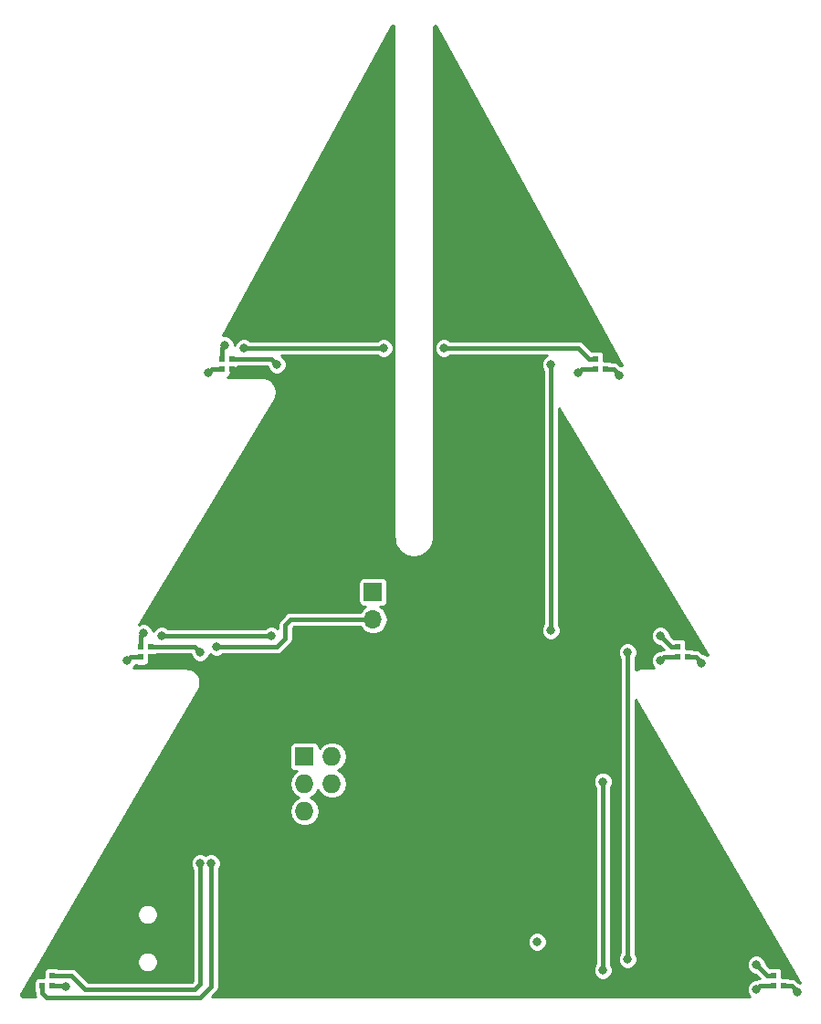
<source format=gbr>
G04 #@! TF.GenerationSoftware,KiCad,Pcbnew,(5.0.2)-1*
G04 #@! TF.CreationDate,2020-06-10T19:39:16-05:00*
G04 #@! TF.ProjectId,Base_Hardware,42617365-5f48-4617-9264-776172652e6b,rev?*
G04 #@! TF.SameCoordinates,Original*
G04 #@! TF.FileFunction,Copper,L2,Bot*
G04 #@! TF.FilePolarity,Positive*
%FSLAX46Y46*%
G04 Gerber Fmt 4.6, Leading zero omitted, Abs format (unit mm)*
G04 Created by KiCad (PCBNEW (5.0.2)-1) date 6/10/2020 7:39:16 PM*
%MOMM*%
%LPD*%
G01*
G04 APERTURE LIST*
G04 #@! TA.AperFunction,ComponentPad*
%ADD10R,1.727200X1.727200*%
G04 #@! TD*
G04 #@! TA.AperFunction,ComponentPad*
%ADD11O,1.727200X1.727200*%
G04 #@! TD*
G04 #@! TA.AperFunction,SMDPad,CuDef*
%ADD12R,0.550000X0.550000*%
G04 #@! TD*
G04 #@! TA.AperFunction,ComponentPad*
%ADD13R,1.700000X1.700000*%
G04 #@! TD*
G04 #@! TA.AperFunction,ComponentPad*
%ADD14O,1.700000X1.700000*%
G04 #@! TD*
G04 #@! TA.AperFunction,ViaPad*
%ADD15C,0.800000*%
G04 #@! TD*
G04 #@! TA.AperFunction,Conductor*
%ADD16C,0.381000*%
G04 #@! TD*
G04 #@! TA.AperFunction,Conductor*
%ADD17C,0.254000*%
G04 #@! TD*
G04 APERTURE END LIST*
D10*
G04 #@! TO.P,J2,1*
G04 #@! TO.N,MISO*
X132080000Y-104140000D03*
D11*
G04 #@! TO.P,J2,2*
G04 #@! TO.N,+5V*
X134620000Y-104140000D03*
G04 #@! TO.P,J2,3*
G04 #@! TO.N,SCK*
X132080000Y-106680000D03*
G04 #@! TO.P,J2,4*
G04 #@! TO.N,MOSI*
X134620000Y-106680000D03*
G04 #@! TO.P,J2,5*
G04 #@! TO.N,RST*
X132080000Y-109220000D03*
G04 #@! TO.P,J2,6*
G04 #@! TO.N,GND*
X134620000Y-109220000D03*
G04 #@! TD*
D12*
G04 #@! TO.P,D2,1*
G04 #@! TO.N,Net-(D2-Pad1)*
X175580000Y-124460000D03*
G04 #@! TO.P,D2,4*
G04 #@! TO.N,+5V*
X175580000Y-125410000D03*
G04 #@! TO.P,D2,2*
G04 #@! TO.N,GND*
X176530000Y-124460000D03*
G04 #@! TO.P,D2,3*
G04 #@! TO.N,Net-(D1-Pad1)*
X176530000Y-125410000D03*
G04 #@! TD*
G04 #@! TO.P,D5,1*
G04 #@! TO.N,Net-(D5-Pad1)*
X166690000Y-93969800D03*
G04 #@! TO.P,D5,4*
G04 #@! TO.N,+5V*
X166690000Y-94919800D03*
G04 #@! TO.P,D5,2*
G04 #@! TO.N,GND*
X167640000Y-93969800D03*
G04 #@! TO.P,D5,3*
G04 #@! TO.N,Net-(D4-Pad1)*
X167640000Y-94919800D03*
G04 #@! TD*
G04 #@! TO.P,D8,3*
G04 #@! TO.N,Net-(D7-Pad1)*
X160020000Y-68260000D03*
G04 #@! TO.P,D8,2*
G04 #@! TO.N,GND*
X160020000Y-67310000D03*
G04 #@! TO.P,D8,4*
G04 #@! TO.N,+5V*
X159070000Y-68260000D03*
G04 #@! TO.P,D8,1*
G04 #@! TO.N,Net-(D8-Pad1)*
X159070000Y-67310000D03*
G04 #@! TD*
G04 #@! TO.P,D10,1*
G04 #@! TO.N,Net-(D10-Pad1)*
X125399800Y-67320200D03*
G04 #@! TO.P,D10,4*
G04 #@! TO.N,+5V*
X124449800Y-67320200D03*
G04 #@! TO.P,D10,2*
G04 #@! TO.N,GND*
X125399800Y-68270200D03*
G04 #@! TO.P,D10,3*
G04 #@! TO.N,Net-(D10-Pad3)*
X124449800Y-68270200D03*
G04 #@! TD*
G04 #@! TO.P,D12,3*
G04 #@! TO.N,Net-(D11-Pad1)*
X116906000Y-94930000D03*
G04 #@! TO.P,D12,2*
G04 #@! TO.N,GND*
X117856000Y-94930000D03*
G04 #@! TO.P,D12,4*
G04 #@! TO.N,+5V*
X116906000Y-93980000D03*
G04 #@! TO.P,D12,1*
G04 #@! TO.N,Net-(D12-Pad1)*
X117856000Y-93980000D03*
G04 #@! TD*
G04 #@! TO.P,D13,1*
G04 #@! TO.N,DOut'*
X107762000Y-125410000D03*
G04 #@! TO.P,D13,4*
G04 #@! TO.N,+5V*
X108712000Y-125410000D03*
G04 #@! TO.P,D13,2*
G04 #@! TO.N,GND*
X107762000Y-124460000D03*
G04 #@! TO.P,D13,3*
G04 #@! TO.N,Net-(D12-Pad1)*
X108712000Y-124460000D03*
G04 #@! TD*
D13*
G04 #@! TO.P,J3,1*
G04 #@! TO.N,+5V*
X138430000Y-88900000D03*
D14*
G04 #@! TO.P,J3,2*
G04 #@! TO.N,DOut'*
X138430000Y-91440000D03*
G04 #@! TO.P,J3,3*
G04 #@! TO.N,GND*
X138430000Y-93980000D03*
G04 #@! TD*
D15*
G04 #@! TO.N,+5V*
X153670000Y-121340000D03*
X173990000Y-125730000D03*
X165100000Y-95250000D03*
X157480000Y-68580000D03*
X124714000Y-66040000D03*
X117165000Y-92715200D03*
X109982000Y-125476000D03*
G04 #@! TO.N,GND*
X146812000Y-109982000D03*
X157480000Y-102362000D03*
X117602000Y-116530000D03*
X114796000Y-118872000D03*
X114796000Y-123190000D03*
X120396000Y-123698000D03*
X157988000Y-114554000D03*
X176276000Y-122936000D03*
X167386000Y-92456000D03*
X159766000Y-65786000D03*
X126746000Y-68580000D03*
X119197000Y-95255200D03*
X129286000Y-124460000D03*
G04 #@! TO.N,Net-(D1-Pad1)*
X177800000Y-125984000D03*
G04 #@! TO.N,Net-(D2-Pad1)*
X162052000Y-94488000D03*
G04 #@! TO.N,Net-(D4-Pad1)*
X168910000Y-95504000D03*
G04 #@! TO.N,Net-(D5-Pad1)*
X154940000Y-67818000D03*
X165100000Y-92964000D03*
X154940000Y-92456000D03*
G04 #@! TO.N,Net-(D2-Pad1)*
X173990000Y-123444000D03*
X162052000Y-122936000D03*
G04 #@! TO.N,Net-(D7-Pad1)*
X161290000Y-68834000D03*
G04 #@! TO.N,Net-(D8-Pad1)*
X139446000Y-66294000D03*
X126492000Y-66294000D03*
X145034000Y-66294000D03*
G04 #@! TO.N,Net-(D10-Pad1)*
X118872000Y-92964000D03*
G04 #@! TO.N,Net-(D10-Pad3)*
X123190000Y-68580000D03*
G04 #@! TO.N,Net-(D10-Pad1)*
X129540000Y-67818000D03*
X129032000Y-92964000D03*
G04 #@! TO.N,Net-(D11-Pad1)*
X115641000Y-95255200D03*
G04 #@! TO.N,Net-(D12-Pad1)*
X122428000Y-94488000D03*
X122428000Y-114046000D03*
G04 #@! TO.N,DOut'*
X123444000Y-114046000D03*
X123952000Y-93980000D03*
G04 #@! TO.N,DOut*
X159766000Y-123952000D03*
X159766000Y-106465000D03*
G04 #@! TD*
D16*
G04 #@! TO.N,+5V*
X175580000Y-125410000D02*
X174310000Y-125410000D01*
X174310000Y-125410000D02*
X173990000Y-125730000D01*
X166690000Y-94930000D02*
X165420000Y-94930000D01*
X165420000Y-94930000D02*
X165100000Y-95250000D01*
X159070000Y-68260000D02*
X157800000Y-68260000D01*
X157800000Y-68260000D02*
X157480000Y-68580000D01*
X124449800Y-67320200D02*
X124449800Y-66304200D01*
X124449800Y-66304200D02*
X124714000Y-66040000D01*
X116900800Y-93995400D02*
X116900800Y-92979400D01*
X116900800Y-92979400D02*
X117165000Y-92715200D01*
X108712000Y-125410000D02*
X109916000Y-125410000D01*
X109916000Y-125410000D02*
X109982000Y-125476000D01*
G04 #@! TO.N,Net-(D1-Pad1)*
X176530000Y-125410000D02*
X177226000Y-125410000D01*
X177226000Y-125410000D02*
X177800000Y-125984000D01*
G04 #@! TO.N,Net-(D2-Pad1)*
X162052000Y-94488000D02*
X162052000Y-97457645D01*
X162052000Y-97457645D02*
X162052000Y-120142000D01*
G04 #@! TO.N,Net-(D4-Pad1)*
X168336000Y-94930000D02*
X168910000Y-95504000D01*
X167640000Y-94930000D02*
X168336000Y-94930000D01*
G04 #@! TO.N,Net-(D5-Pad1)*
X166105800Y-93969800D02*
X165100000Y-92964000D01*
X166690000Y-93969800D02*
X166105800Y-93969800D01*
X154940000Y-92456000D02*
X154940000Y-92202000D01*
X154940000Y-67818000D02*
X154940000Y-92202000D01*
G04 #@! TO.N,Net-(D2-Pad1)*
X175580000Y-124449800D02*
X174995800Y-124449800D01*
X174995800Y-124449800D02*
X173990000Y-123444000D01*
X162052000Y-120142000D02*
X162052000Y-122936000D01*
G04 #@! TO.N,Net-(D7-Pad1)*
X160020000Y-68260000D02*
X160716000Y-68260000D01*
X160716000Y-68260000D02*
X161290000Y-68834000D01*
G04 #@! TO.N,Net-(D8-Pad1)*
X158485800Y-67299800D02*
X157480000Y-66294000D01*
X159070000Y-67299800D02*
X158485800Y-67299800D01*
X126492000Y-66294000D02*
X138176000Y-66294000D01*
X138176000Y-66294000D02*
X139446000Y-66294000D01*
X157480000Y-66294000D02*
X145034000Y-66294000D01*
G04 #@! TO.N,Net-(D10-Pad3)*
X124449800Y-68270200D02*
X123499800Y-68270200D01*
X123499800Y-68270200D02*
X123190000Y-68580000D01*
G04 #@! TO.N,Net-(D10-Pad1)*
X125399800Y-67320200D02*
X129042200Y-67320200D01*
X129042200Y-67320200D02*
X129540000Y-67818000D01*
X129032000Y-92964000D02*
X118872000Y-92964000D01*
G04 #@! TO.N,Net-(D11-Pad1)*
X115950800Y-94945400D02*
X115641000Y-95255200D01*
X116900800Y-94945400D02*
X115950800Y-94945400D01*
G04 #@! TO.N,Net-(D12-Pad1)*
X117856000Y-93980000D02*
X121920000Y-93980000D01*
X121920000Y-93980000D02*
X122428000Y-94488000D01*
X108712000Y-124460000D02*
X110490000Y-124460000D01*
X110490000Y-124460000D02*
X111760000Y-125730000D01*
X111760000Y-125730000D02*
X113284000Y-125730000D01*
X115824000Y-125730000D02*
X116078000Y-125730000D01*
X113284000Y-125730000D02*
X115824000Y-125730000D01*
X122428000Y-125222000D02*
X121920000Y-125730000D01*
X122428000Y-114046000D02*
X122428000Y-125222000D01*
X115824000Y-125730000D02*
X121920000Y-125730000D01*
G04 #@! TO.N,DOut'*
X107762000Y-126066000D02*
X108188000Y-126492000D01*
X107762000Y-125410000D02*
X107762000Y-126066000D01*
X108188000Y-126492000D02*
X115824000Y-126492000D01*
X115824000Y-126492000D02*
X121412000Y-126492000D01*
X121412000Y-126492000D02*
X122428000Y-126492000D01*
X123444000Y-125476000D02*
X122936000Y-125984000D01*
X123444000Y-114046000D02*
X123444000Y-125476000D01*
X122428000Y-126492000D02*
X122936000Y-125984000D01*
X122936000Y-125984000D02*
X123190000Y-125730000D01*
X123952000Y-93980000D02*
X129540000Y-93980000D01*
X129540000Y-93980000D02*
X130302000Y-93218000D01*
X130302000Y-91948000D02*
X130810000Y-91440000D01*
X130302000Y-93218000D02*
X130302000Y-91948000D01*
X130810000Y-91440000D02*
X138430000Y-91440000D01*
G04 #@! TO.N,DOut*
X159766000Y-106465000D02*
X159766000Y-123952000D01*
G04 #@! TD*
D17*
G04 #@! TO.N,GND*
G36*
X161483595Y-67931378D02*
X161470612Y-67926000D01*
X161369828Y-67926000D01*
X161258560Y-67814733D01*
X161219590Y-67756410D01*
X160988541Y-67602028D01*
X160784794Y-67561500D01*
X160784790Y-67561500D01*
X160716000Y-67547817D01*
X160647210Y-67561500D01*
X160575562Y-67561500D01*
X160493212Y-67506475D01*
X160295000Y-67467048D01*
X159862952Y-67467048D01*
X159862952Y-67035000D01*
X159823525Y-66836788D01*
X159711247Y-66668753D01*
X159543212Y-66556475D01*
X159345000Y-66517048D01*
X158795000Y-66517048D01*
X158708151Y-66534323D01*
X158022560Y-65848733D01*
X157983590Y-65790410D01*
X157752541Y-65636028D01*
X157548794Y-65595500D01*
X157548790Y-65595500D01*
X157480000Y-65581817D01*
X157411210Y-65595500D01*
X145619606Y-65595500D01*
X145548341Y-65524235D01*
X145214612Y-65386000D01*
X144853388Y-65386000D01*
X144519659Y-65524235D01*
X144264235Y-65779659D01*
X144126000Y-66113388D01*
X144126000Y-66474612D01*
X144264235Y-66808341D01*
X144519659Y-67063765D01*
X144853388Y-67202000D01*
X145214612Y-67202000D01*
X145548341Y-67063765D01*
X145619606Y-66992500D01*
X154560215Y-66992500D01*
X154425659Y-67048235D01*
X154170235Y-67303659D01*
X154032000Y-67637388D01*
X154032000Y-67998612D01*
X154170235Y-68332341D01*
X154241500Y-68403606D01*
X154241501Y-91870393D01*
X154170235Y-91941659D01*
X154032000Y-92275388D01*
X154032000Y-92636612D01*
X154170235Y-92970341D01*
X154425659Y-93225765D01*
X154759388Y-93364000D01*
X155120612Y-93364000D01*
X155454341Y-93225765D01*
X155709765Y-92970341D01*
X155848000Y-92636612D01*
X155848000Y-92275388D01*
X155709765Y-91941659D01*
X155638500Y-91870394D01*
X155638500Y-71887486D01*
X169465820Y-94775714D01*
X169424341Y-94734235D01*
X169090612Y-94596000D01*
X168989828Y-94596000D01*
X168878560Y-94484733D01*
X168839590Y-94426410D01*
X168608541Y-94272028D01*
X168404794Y-94231500D01*
X168404790Y-94231500D01*
X168336000Y-94217817D01*
X168267210Y-94231500D01*
X168210828Y-94231500D01*
X168113212Y-94166275D01*
X167915000Y-94126848D01*
X167482952Y-94126848D01*
X167482952Y-93694800D01*
X167443525Y-93496588D01*
X167331247Y-93328553D01*
X167163212Y-93216275D01*
X166965000Y-93176848D01*
X166415000Y-93176848D01*
X166319643Y-93195816D01*
X166008000Y-92884173D01*
X166008000Y-92783388D01*
X165869765Y-92449659D01*
X165614341Y-92194235D01*
X165280612Y-92056000D01*
X164919388Y-92056000D01*
X164585659Y-92194235D01*
X164330235Y-92449659D01*
X164192000Y-92783388D01*
X164192000Y-93144612D01*
X164330235Y-93478341D01*
X164585659Y-93733765D01*
X164919388Y-93872000D01*
X165020173Y-93872000D01*
X165374950Y-94226778D01*
X165351210Y-94231500D01*
X165351206Y-94231500D01*
X165147459Y-94272028D01*
X165042738Y-94342000D01*
X164919388Y-94342000D01*
X164585659Y-94480235D01*
X164330235Y-94735659D01*
X164192000Y-95069388D01*
X164192000Y-95430612D01*
X164330235Y-95764341D01*
X164502894Y-95937000D01*
X163315383Y-95937000D01*
X163295146Y-95941026D01*
X163234842Y-95944978D01*
X163161179Y-95964716D01*
X163085572Y-95974670D01*
X162804033Y-96070240D01*
X162750500Y-96101147D01*
X162750500Y-95073606D01*
X162821765Y-95002341D01*
X162960000Y-94668612D01*
X162960000Y-94307388D01*
X162821765Y-93973659D01*
X162566341Y-93718235D01*
X162232612Y-93580000D01*
X161871388Y-93580000D01*
X161537659Y-93718235D01*
X161282235Y-93973659D01*
X161144000Y-94307388D01*
X161144000Y-94668612D01*
X161282235Y-95002341D01*
X161353500Y-95073606D01*
X161353501Y-97388847D01*
X161353500Y-97388852D01*
X161353501Y-120073202D01*
X161353500Y-120073207D01*
X161353501Y-122350393D01*
X161282235Y-122421659D01*
X161144000Y-122755388D01*
X161144000Y-123116612D01*
X161282235Y-123450341D01*
X161537659Y-123705765D01*
X161871388Y-123844000D01*
X162232612Y-123844000D01*
X162566341Y-123705765D01*
X162821765Y-123450341D01*
X162960000Y-123116612D01*
X162960000Y-122755388D01*
X162821765Y-122421659D01*
X162750500Y-122350394D01*
X162750500Y-98884639D01*
X178059720Y-125108768D01*
X177980612Y-125076000D01*
X177879828Y-125076000D01*
X177768560Y-124964733D01*
X177729590Y-124906410D01*
X177498541Y-124752028D01*
X177294794Y-124711500D01*
X177294790Y-124711500D01*
X177226000Y-124697817D01*
X177157210Y-124711500D01*
X177085562Y-124711500D01*
X177003212Y-124656475D01*
X176805000Y-124617048D01*
X176372952Y-124617048D01*
X176372952Y-124185000D01*
X176333525Y-123986788D01*
X176221247Y-123818753D01*
X176053212Y-123706475D01*
X175855000Y-123667048D01*
X175305000Y-123667048D01*
X175218151Y-123684323D01*
X174898000Y-123364173D01*
X174898000Y-123263388D01*
X174759765Y-122929659D01*
X174504341Y-122674235D01*
X174170612Y-122536000D01*
X173809388Y-122536000D01*
X173475659Y-122674235D01*
X173220235Y-122929659D01*
X173082000Y-123263388D01*
X173082000Y-123624612D01*
X173220235Y-123958341D01*
X173475659Y-124213765D01*
X173809388Y-124352000D01*
X173910173Y-124352000D01*
X174264950Y-124706778D01*
X174241210Y-124711500D01*
X174241206Y-124711500D01*
X174037459Y-124752028D01*
X173932738Y-124822000D01*
X173809388Y-124822000D01*
X173475659Y-124960235D01*
X173220235Y-125215659D01*
X173082000Y-125549388D01*
X173082000Y-125910612D01*
X173220235Y-126244341D01*
X173392894Y-126417000D01*
X123490827Y-126417000D01*
X123674238Y-126233589D01*
X123889270Y-126018558D01*
X123947590Y-125979590D01*
X124101972Y-125748541D01*
X124142500Y-125544794D01*
X124142500Y-125544790D01*
X124156183Y-125476001D01*
X124142500Y-125407212D01*
X124142500Y-121159388D01*
X152762000Y-121159388D01*
X152762000Y-121520612D01*
X152900235Y-121854341D01*
X153155659Y-122109765D01*
X153489388Y-122248000D01*
X153850612Y-122248000D01*
X154184341Y-122109765D01*
X154439765Y-121854341D01*
X154578000Y-121520612D01*
X154578000Y-121159388D01*
X154439765Y-120825659D01*
X154184341Y-120570235D01*
X153850612Y-120432000D01*
X153489388Y-120432000D01*
X153155659Y-120570235D01*
X152900235Y-120825659D01*
X152762000Y-121159388D01*
X124142500Y-121159388D01*
X124142500Y-114631606D01*
X124213765Y-114560341D01*
X124352000Y-114226612D01*
X124352000Y-113865388D01*
X124213765Y-113531659D01*
X123958341Y-113276235D01*
X123624612Y-113138000D01*
X123263388Y-113138000D01*
X122936000Y-113273608D01*
X122608612Y-113138000D01*
X122247388Y-113138000D01*
X121913659Y-113276235D01*
X121658235Y-113531659D01*
X121520000Y-113865388D01*
X121520000Y-114226612D01*
X121658235Y-114560341D01*
X121729500Y-114631606D01*
X121729501Y-124932671D01*
X121630673Y-125031500D01*
X112049328Y-125031500D01*
X111032560Y-124014733D01*
X110993590Y-123956410D01*
X110762541Y-123802028D01*
X110558794Y-123761500D01*
X110558790Y-123761500D01*
X110490000Y-123747817D01*
X110421210Y-123761500D01*
X109267562Y-123761500D01*
X109185212Y-123706475D01*
X108987000Y-123667048D01*
X108437000Y-123667048D01*
X108238788Y-123706475D01*
X108070753Y-123818753D01*
X107958475Y-123986788D01*
X107919048Y-124185000D01*
X107919048Y-124617048D01*
X107487000Y-124617048D01*
X107288788Y-124656475D01*
X107120753Y-124768753D01*
X107008475Y-124936788D01*
X106969048Y-125135000D01*
X106969048Y-125685000D01*
X107008475Y-125883212D01*
X107063500Y-125965562D01*
X107063500Y-125997210D01*
X107049817Y-126066000D01*
X107063500Y-126134790D01*
X107063500Y-126134794D01*
X107104028Y-126338541D01*
X107156453Y-126417000D01*
X106026222Y-126417000D01*
X105904669Y-126392822D01*
X105850304Y-126356496D01*
X105813978Y-126302131D01*
X105801222Y-126238000D01*
X105821628Y-126135411D01*
X105825372Y-126127820D01*
X107657506Y-122989442D01*
X116588000Y-122989442D01*
X116588000Y-123370558D01*
X116733847Y-123722663D01*
X117003337Y-123992153D01*
X117355442Y-124138000D01*
X117736558Y-124138000D01*
X118088663Y-123992153D01*
X118358153Y-123722663D01*
X118504000Y-123370558D01*
X118504000Y-122989442D01*
X118358153Y-122637337D01*
X118088663Y-122367847D01*
X117736558Y-122222000D01*
X117355442Y-122222000D01*
X117003337Y-122367847D01*
X116733847Y-122637337D01*
X116588000Y-122989442D01*
X107657506Y-122989442D01*
X110226154Y-118589442D01*
X116588000Y-118589442D01*
X116588000Y-118970558D01*
X116733847Y-119322663D01*
X117003337Y-119592153D01*
X117355442Y-119738000D01*
X117736558Y-119738000D01*
X118088663Y-119592153D01*
X118358153Y-119322663D01*
X118504000Y-118970558D01*
X118504000Y-118589442D01*
X118358153Y-118237337D01*
X118088663Y-117967847D01*
X117736558Y-117822000D01*
X117355442Y-117822000D01*
X117003337Y-117967847D01*
X116733847Y-118237337D01*
X116588000Y-118589442D01*
X110226154Y-118589442D01*
X117178694Y-106680000D01*
X130681529Y-106680000D01*
X130787981Y-107215172D01*
X131091132Y-107668868D01*
X131511874Y-107950000D01*
X131091132Y-108231132D01*
X130787981Y-108684828D01*
X130681529Y-109220000D01*
X130787981Y-109755172D01*
X131091132Y-110208868D01*
X131544828Y-110512019D01*
X131944910Y-110591600D01*
X132215090Y-110591600D01*
X132615172Y-110512019D01*
X133068868Y-110208868D01*
X133372019Y-109755172D01*
X133478471Y-109220000D01*
X133372019Y-108684828D01*
X133068868Y-108231132D01*
X132648126Y-107950000D01*
X133068868Y-107668868D01*
X133350000Y-107248126D01*
X133631132Y-107668868D01*
X134084828Y-107972019D01*
X134484910Y-108051600D01*
X134755090Y-108051600D01*
X135155172Y-107972019D01*
X135608868Y-107668868D01*
X135912019Y-107215172D01*
X136018471Y-106680000D01*
X135939780Y-106284388D01*
X158858000Y-106284388D01*
X158858000Y-106645612D01*
X158996235Y-106979341D01*
X159067500Y-107050606D01*
X159067501Y-123366393D01*
X158996235Y-123437659D01*
X158858000Y-123771388D01*
X158858000Y-124132612D01*
X158996235Y-124466341D01*
X159251659Y-124721765D01*
X159585388Y-124860000D01*
X159946612Y-124860000D01*
X160280341Y-124721765D01*
X160535765Y-124466341D01*
X160674000Y-124132612D01*
X160674000Y-123771388D01*
X160535765Y-123437659D01*
X160464500Y-123366394D01*
X160464500Y-107050606D01*
X160535765Y-106979341D01*
X160674000Y-106645612D01*
X160674000Y-106284388D01*
X160535765Y-105950659D01*
X160280341Y-105695235D01*
X159946612Y-105557000D01*
X159585388Y-105557000D01*
X159251659Y-105695235D01*
X158996235Y-105950659D01*
X158858000Y-106284388D01*
X135939780Y-106284388D01*
X135912019Y-106144828D01*
X135608868Y-105691132D01*
X135188126Y-105410000D01*
X135608868Y-105128868D01*
X135912019Y-104675172D01*
X136018471Y-104140000D01*
X135912019Y-103604828D01*
X135608868Y-103151132D01*
X135155172Y-102847981D01*
X134755090Y-102768400D01*
X134484910Y-102768400D01*
X134084828Y-102847981D01*
X133631132Y-103151132D01*
X133461552Y-103404926D01*
X133461552Y-103276400D01*
X133422125Y-103078188D01*
X133309847Y-102910153D01*
X133141812Y-102797875D01*
X132943600Y-102758448D01*
X131216400Y-102758448D01*
X131018188Y-102797875D01*
X130850153Y-102910153D01*
X130737875Y-103078188D01*
X130698448Y-103276400D01*
X130698448Y-105003600D01*
X130737875Y-105201812D01*
X130850153Y-105369847D01*
X131018188Y-105482125D01*
X131216400Y-105521552D01*
X131344926Y-105521552D01*
X131091132Y-105691132D01*
X130787981Y-106144828D01*
X130681529Y-106680000D01*
X117178694Y-106680000D01*
X122300031Y-97907341D01*
X122306792Y-97887734D01*
X122334439Y-97831672D01*
X122354177Y-97758010D01*
X122383361Y-97687554D01*
X122441365Y-97395949D01*
X122441365Y-97168473D01*
X122383361Y-96876868D01*
X122296310Y-96666709D01*
X122296309Y-96666708D01*
X122131128Y-96419498D01*
X121970278Y-96258648D01*
X121723070Y-96093469D01*
X121723069Y-96093468D01*
X121595312Y-96040549D01*
X121512911Y-96006417D01*
X121512910Y-96006417D01*
X121334966Y-95971022D01*
X121334675Y-95970827D01*
X121164617Y-95937000D01*
X116243306Y-95937000D01*
X116410765Y-95769541D01*
X116445358Y-95686025D01*
X116631000Y-95722952D01*
X117181000Y-95722952D01*
X117379212Y-95683525D01*
X117547247Y-95571247D01*
X117659525Y-95403212D01*
X117698952Y-95205000D01*
X117698952Y-94772952D01*
X118131000Y-94772952D01*
X118329212Y-94733525D01*
X118411562Y-94678500D01*
X121524096Y-94678500D01*
X121658235Y-95002341D01*
X121913659Y-95257765D01*
X122247388Y-95396000D01*
X122608612Y-95396000D01*
X122942341Y-95257765D01*
X123197765Y-95002341D01*
X123336000Y-94668612D01*
X123336000Y-94648106D01*
X123437659Y-94749765D01*
X123771388Y-94888000D01*
X124132612Y-94888000D01*
X124466341Y-94749765D01*
X124537606Y-94678500D01*
X129471210Y-94678500D01*
X129540000Y-94692183D01*
X129608790Y-94678500D01*
X129608794Y-94678500D01*
X129812541Y-94637972D01*
X130043590Y-94483590D01*
X130082560Y-94425267D01*
X130747271Y-93760557D01*
X130805589Y-93721590D01*
X130844556Y-93663272D01*
X130844558Y-93663270D01*
X130959972Y-93490541D01*
X130976138Y-93409269D01*
X131000500Y-93286794D01*
X131000500Y-93286790D01*
X131014183Y-93218000D01*
X131000500Y-93149210D01*
X131000500Y-92237327D01*
X131099328Y-92138500D01*
X137263471Y-92138500D01*
X137450937Y-92419063D01*
X137900135Y-92719207D01*
X138296253Y-92798000D01*
X138563747Y-92798000D01*
X138959865Y-92719207D01*
X139409063Y-92419063D01*
X139709207Y-91969865D01*
X139814604Y-91440000D01*
X139709207Y-90910135D01*
X139409063Y-90460937D01*
X139120240Y-90267952D01*
X139280000Y-90267952D01*
X139478212Y-90228525D01*
X139646247Y-90116247D01*
X139758525Y-89948212D01*
X139797952Y-89750000D01*
X139797952Y-88050000D01*
X139758525Y-87851788D01*
X139646247Y-87683753D01*
X139478212Y-87571475D01*
X139280000Y-87532048D01*
X137580000Y-87532048D01*
X137381788Y-87571475D01*
X137213753Y-87683753D01*
X137101475Y-87851788D01*
X137062048Y-88050000D01*
X137062048Y-89750000D01*
X137101475Y-89948212D01*
X137213753Y-90116247D01*
X137381788Y-90228525D01*
X137580000Y-90267952D01*
X137739760Y-90267952D01*
X137450937Y-90460937D01*
X137263471Y-90741500D01*
X130878788Y-90741500D01*
X130809999Y-90727817D01*
X130741210Y-90741500D01*
X130741206Y-90741500D01*
X130537459Y-90782028D01*
X130306410Y-90936410D01*
X130267441Y-90994731D01*
X129856731Y-91405442D01*
X129798411Y-91444410D01*
X129759442Y-91502731D01*
X129644028Y-91675460D01*
X129589817Y-91948000D01*
X129603501Y-92016794D01*
X129603501Y-92251395D01*
X129546341Y-92194235D01*
X129212612Y-92056000D01*
X128851388Y-92056000D01*
X128517659Y-92194235D01*
X128446394Y-92265500D01*
X119457606Y-92265500D01*
X119386341Y-92194235D01*
X119052612Y-92056000D01*
X118691388Y-92056000D01*
X118357659Y-92194235D01*
X118102235Y-92449659D01*
X118070028Y-92527413D01*
X117934765Y-92200859D01*
X117679341Y-91945435D01*
X117345612Y-91807200D01*
X116984388Y-91807200D01*
X116748502Y-91904907D01*
X129382897Y-70991318D01*
X129392237Y-70965497D01*
X129421039Y-70907094D01*
X129440777Y-70833432D01*
X129469961Y-70762976D01*
X129527965Y-70471371D01*
X129527965Y-70243895D01*
X129469961Y-69952290D01*
X129382910Y-69742131D01*
X129382909Y-69742130D01*
X129217728Y-69494920D01*
X129056878Y-69334070D01*
X128809670Y-69168891D01*
X128809669Y-69168890D01*
X128681912Y-69115971D01*
X128599511Y-69081839D01*
X128599510Y-69081839D01*
X128307905Y-69023835D01*
X128305688Y-69023835D01*
X128251217Y-69013000D01*
X124939063Y-69013000D01*
X125091047Y-68911447D01*
X125203325Y-68743412D01*
X125242752Y-68545200D01*
X125242752Y-68113152D01*
X125674800Y-68113152D01*
X125873012Y-68073725D01*
X125955362Y-68018700D01*
X128640321Y-68018700D01*
X128770235Y-68332341D01*
X129025659Y-68587765D01*
X129359388Y-68726000D01*
X129720612Y-68726000D01*
X130054341Y-68587765D01*
X130309765Y-68332341D01*
X130448000Y-67998612D01*
X130448000Y-67637388D01*
X130309765Y-67303659D01*
X130054341Y-67048235D01*
X129919785Y-66992500D01*
X138860394Y-66992500D01*
X138931659Y-67063765D01*
X139265388Y-67202000D01*
X139626612Y-67202000D01*
X139960341Y-67063765D01*
X140215765Y-66808341D01*
X140354000Y-66474612D01*
X140354000Y-66113388D01*
X140215765Y-65779659D01*
X139960341Y-65524235D01*
X139626612Y-65386000D01*
X139265388Y-65386000D01*
X138931659Y-65524235D01*
X138860394Y-65595500D01*
X127077606Y-65595500D01*
X127006341Y-65524235D01*
X126672612Y-65386000D01*
X126311388Y-65386000D01*
X125977659Y-65524235D01*
X125722235Y-65779659D01*
X125622000Y-66021648D01*
X125622000Y-65859388D01*
X125483765Y-65525659D01*
X125228341Y-65270235D01*
X124894612Y-65132000D01*
X124533388Y-65132000D01*
X124523992Y-65135892D01*
X140220065Y-36412080D01*
X140251373Y-36414132D01*
X140310015Y-36443051D01*
X140353127Y-36492212D01*
X140386749Y-36591258D01*
X140387001Y-36595104D01*
X140387000Y-83877416D01*
X140396954Y-83927459D01*
X140472447Y-84355603D01*
X140541697Y-84545866D01*
X140541698Y-84545867D01*
X140762230Y-84927838D01*
X140762231Y-84927840D01*
X140892379Y-85082944D01*
X141230252Y-85366453D01*
X141230254Y-85366456D01*
X141405602Y-85467693D01*
X141820069Y-85618547D01*
X142019467Y-85653706D01*
X142460533Y-85653706D01*
X142659931Y-85618547D01*
X143074398Y-85467693D01*
X143249746Y-85366456D01*
X143249748Y-85366453D01*
X143587621Y-85082944D01*
X143717769Y-84927840D01*
X143717770Y-84927838D01*
X143938302Y-84545867D01*
X143938303Y-84545866D01*
X144002614Y-84369173D01*
X144007553Y-84355604D01*
X144007553Y-84355602D01*
X144083044Y-83927468D01*
X144093000Y-83877417D01*
X144093000Y-36632933D01*
X144117178Y-36511380D01*
X144153504Y-36457015D01*
X144207869Y-36420689D01*
X144259074Y-36410504D01*
X161483595Y-67931378D01*
X161483595Y-67931378D01*
G37*
X161483595Y-67931378D02*
X161470612Y-67926000D01*
X161369828Y-67926000D01*
X161258560Y-67814733D01*
X161219590Y-67756410D01*
X160988541Y-67602028D01*
X160784794Y-67561500D01*
X160784790Y-67561500D01*
X160716000Y-67547817D01*
X160647210Y-67561500D01*
X160575562Y-67561500D01*
X160493212Y-67506475D01*
X160295000Y-67467048D01*
X159862952Y-67467048D01*
X159862952Y-67035000D01*
X159823525Y-66836788D01*
X159711247Y-66668753D01*
X159543212Y-66556475D01*
X159345000Y-66517048D01*
X158795000Y-66517048D01*
X158708151Y-66534323D01*
X158022560Y-65848733D01*
X157983590Y-65790410D01*
X157752541Y-65636028D01*
X157548794Y-65595500D01*
X157548790Y-65595500D01*
X157480000Y-65581817D01*
X157411210Y-65595500D01*
X145619606Y-65595500D01*
X145548341Y-65524235D01*
X145214612Y-65386000D01*
X144853388Y-65386000D01*
X144519659Y-65524235D01*
X144264235Y-65779659D01*
X144126000Y-66113388D01*
X144126000Y-66474612D01*
X144264235Y-66808341D01*
X144519659Y-67063765D01*
X144853388Y-67202000D01*
X145214612Y-67202000D01*
X145548341Y-67063765D01*
X145619606Y-66992500D01*
X154560215Y-66992500D01*
X154425659Y-67048235D01*
X154170235Y-67303659D01*
X154032000Y-67637388D01*
X154032000Y-67998612D01*
X154170235Y-68332341D01*
X154241500Y-68403606D01*
X154241501Y-91870393D01*
X154170235Y-91941659D01*
X154032000Y-92275388D01*
X154032000Y-92636612D01*
X154170235Y-92970341D01*
X154425659Y-93225765D01*
X154759388Y-93364000D01*
X155120612Y-93364000D01*
X155454341Y-93225765D01*
X155709765Y-92970341D01*
X155848000Y-92636612D01*
X155848000Y-92275388D01*
X155709765Y-91941659D01*
X155638500Y-91870394D01*
X155638500Y-71887486D01*
X169465820Y-94775714D01*
X169424341Y-94734235D01*
X169090612Y-94596000D01*
X168989828Y-94596000D01*
X168878560Y-94484733D01*
X168839590Y-94426410D01*
X168608541Y-94272028D01*
X168404794Y-94231500D01*
X168404790Y-94231500D01*
X168336000Y-94217817D01*
X168267210Y-94231500D01*
X168210828Y-94231500D01*
X168113212Y-94166275D01*
X167915000Y-94126848D01*
X167482952Y-94126848D01*
X167482952Y-93694800D01*
X167443525Y-93496588D01*
X167331247Y-93328553D01*
X167163212Y-93216275D01*
X166965000Y-93176848D01*
X166415000Y-93176848D01*
X166319643Y-93195816D01*
X166008000Y-92884173D01*
X166008000Y-92783388D01*
X165869765Y-92449659D01*
X165614341Y-92194235D01*
X165280612Y-92056000D01*
X164919388Y-92056000D01*
X164585659Y-92194235D01*
X164330235Y-92449659D01*
X164192000Y-92783388D01*
X164192000Y-93144612D01*
X164330235Y-93478341D01*
X164585659Y-93733765D01*
X164919388Y-93872000D01*
X165020173Y-93872000D01*
X165374950Y-94226778D01*
X165351210Y-94231500D01*
X165351206Y-94231500D01*
X165147459Y-94272028D01*
X165042738Y-94342000D01*
X164919388Y-94342000D01*
X164585659Y-94480235D01*
X164330235Y-94735659D01*
X164192000Y-95069388D01*
X164192000Y-95430612D01*
X164330235Y-95764341D01*
X164502894Y-95937000D01*
X163315383Y-95937000D01*
X163295146Y-95941026D01*
X163234842Y-95944978D01*
X163161179Y-95964716D01*
X163085572Y-95974670D01*
X162804033Y-96070240D01*
X162750500Y-96101147D01*
X162750500Y-95073606D01*
X162821765Y-95002341D01*
X162960000Y-94668612D01*
X162960000Y-94307388D01*
X162821765Y-93973659D01*
X162566341Y-93718235D01*
X162232612Y-93580000D01*
X161871388Y-93580000D01*
X161537659Y-93718235D01*
X161282235Y-93973659D01*
X161144000Y-94307388D01*
X161144000Y-94668612D01*
X161282235Y-95002341D01*
X161353500Y-95073606D01*
X161353501Y-97388847D01*
X161353500Y-97388852D01*
X161353501Y-120073202D01*
X161353500Y-120073207D01*
X161353501Y-122350393D01*
X161282235Y-122421659D01*
X161144000Y-122755388D01*
X161144000Y-123116612D01*
X161282235Y-123450341D01*
X161537659Y-123705765D01*
X161871388Y-123844000D01*
X162232612Y-123844000D01*
X162566341Y-123705765D01*
X162821765Y-123450341D01*
X162960000Y-123116612D01*
X162960000Y-122755388D01*
X162821765Y-122421659D01*
X162750500Y-122350394D01*
X162750500Y-98884639D01*
X178059720Y-125108768D01*
X177980612Y-125076000D01*
X177879828Y-125076000D01*
X177768560Y-124964733D01*
X177729590Y-124906410D01*
X177498541Y-124752028D01*
X177294794Y-124711500D01*
X177294790Y-124711500D01*
X177226000Y-124697817D01*
X177157210Y-124711500D01*
X177085562Y-124711500D01*
X177003212Y-124656475D01*
X176805000Y-124617048D01*
X176372952Y-124617048D01*
X176372952Y-124185000D01*
X176333525Y-123986788D01*
X176221247Y-123818753D01*
X176053212Y-123706475D01*
X175855000Y-123667048D01*
X175305000Y-123667048D01*
X175218151Y-123684323D01*
X174898000Y-123364173D01*
X174898000Y-123263388D01*
X174759765Y-122929659D01*
X174504341Y-122674235D01*
X174170612Y-122536000D01*
X173809388Y-122536000D01*
X173475659Y-122674235D01*
X173220235Y-122929659D01*
X173082000Y-123263388D01*
X173082000Y-123624612D01*
X173220235Y-123958341D01*
X173475659Y-124213765D01*
X173809388Y-124352000D01*
X173910173Y-124352000D01*
X174264950Y-124706778D01*
X174241210Y-124711500D01*
X174241206Y-124711500D01*
X174037459Y-124752028D01*
X173932738Y-124822000D01*
X173809388Y-124822000D01*
X173475659Y-124960235D01*
X173220235Y-125215659D01*
X173082000Y-125549388D01*
X173082000Y-125910612D01*
X173220235Y-126244341D01*
X173392894Y-126417000D01*
X123490827Y-126417000D01*
X123674238Y-126233589D01*
X123889270Y-126018558D01*
X123947590Y-125979590D01*
X124101972Y-125748541D01*
X124142500Y-125544794D01*
X124142500Y-125544790D01*
X124156183Y-125476001D01*
X124142500Y-125407212D01*
X124142500Y-121159388D01*
X152762000Y-121159388D01*
X152762000Y-121520612D01*
X152900235Y-121854341D01*
X153155659Y-122109765D01*
X153489388Y-122248000D01*
X153850612Y-122248000D01*
X154184341Y-122109765D01*
X154439765Y-121854341D01*
X154578000Y-121520612D01*
X154578000Y-121159388D01*
X154439765Y-120825659D01*
X154184341Y-120570235D01*
X153850612Y-120432000D01*
X153489388Y-120432000D01*
X153155659Y-120570235D01*
X152900235Y-120825659D01*
X152762000Y-121159388D01*
X124142500Y-121159388D01*
X124142500Y-114631606D01*
X124213765Y-114560341D01*
X124352000Y-114226612D01*
X124352000Y-113865388D01*
X124213765Y-113531659D01*
X123958341Y-113276235D01*
X123624612Y-113138000D01*
X123263388Y-113138000D01*
X122936000Y-113273608D01*
X122608612Y-113138000D01*
X122247388Y-113138000D01*
X121913659Y-113276235D01*
X121658235Y-113531659D01*
X121520000Y-113865388D01*
X121520000Y-114226612D01*
X121658235Y-114560341D01*
X121729500Y-114631606D01*
X121729501Y-124932671D01*
X121630673Y-125031500D01*
X112049328Y-125031500D01*
X111032560Y-124014733D01*
X110993590Y-123956410D01*
X110762541Y-123802028D01*
X110558794Y-123761500D01*
X110558790Y-123761500D01*
X110490000Y-123747817D01*
X110421210Y-123761500D01*
X109267562Y-123761500D01*
X109185212Y-123706475D01*
X108987000Y-123667048D01*
X108437000Y-123667048D01*
X108238788Y-123706475D01*
X108070753Y-123818753D01*
X107958475Y-123986788D01*
X107919048Y-124185000D01*
X107919048Y-124617048D01*
X107487000Y-124617048D01*
X107288788Y-124656475D01*
X107120753Y-124768753D01*
X107008475Y-124936788D01*
X106969048Y-125135000D01*
X106969048Y-125685000D01*
X107008475Y-125883212D01*
X107063500Y-125965562D01*
X107063500Y-125997210D01*
X107049817Y-126066000D01*
X107063500Y-126134790D01*
X107063500Y-126134794D01*
X107104028Y-126338541D01*
X107156453Y-126417000D01*
X106026222Y-126417000D01*
X105904669Y-126392822D01*
X105850304Y-126356496D01*
X105813978Y-126302131D01*
X105801222Y-126238000D01*
X105821628Y-126135411D01*
X105825372Y-126127820D01*
X107657506Y-122989442D01*
X116588000Y-122989442D01*
X116588000Y-123370558D01*
X116733847Y-123722663D01*
X117003337Y-123992153D01*
X117355442Y-124138000D01*
X117736558Y-124138000D01*
X118088663Y-123992153D01*
X118358153Y-123722663D01*
X118504000Y-123370558D01*
X118504000Y-122989442D01*
X118358153Y-122637337D01*
X118088663Y-122367847D01*
X117736558Y-122222000D01*
X117355442Y-122222000D01*
X117003337Y-122367847D01*
X116733847Y-122637337D01*
X116588000Y-122989442D01*
X107657506Y-122989442D01*
X110226154Y-118589442D01*
X116588000Y-118589442D01*
X116588000Y-118970558D01*
X116733847Y-119322663D01*
X117003337Y-119592153D01*
X117355442Y-119738000D01*
X117736558Y-119738000D01*
X118088663Y-119592153D01*
X118358153Y-119322663D01*
X118504000Y-118970558D01*
X118504000Y-118589442D01*
X118358153Y-118237337D01*
X118088663Y-117967847D01*
X117736558Y-117822000D01*
X117355442Y-117822000D01*
X117003337Y-117967847D01*
X116733847Y-118237337D01*
X116588000Y-118589442D01*
X110226154Y-118589442D01*
X117178694Y-106680000D01*
X130681529Y-106680000D01*
X130787981Y-107215172D01*
X131091132Y-107668868D01*
X131511874Y-107950000D01*
X131091132Y-108231132D01*
X130787981Y-108684828D01*
X130681529Y-109220000D01*
X130787981Y-109755172D01*
X131091132Y-110208868D01*
X131544828Y-110512019D01*
X131944910Y-110591600D01*
X132215090Y-110591600D01*
X132615172Y-110512019D01*
X133068868Y-110208868D01*
X133372019Y-109755172D01*
X133478471Y-109220000D01*
X133372019Y-108684828D01*
X133068868Y-108231132D01*
X132648126Y-107950000D01*
X133068868Y-107668868D01*
X133350000Y-107248126D01*
X133631132Y-107668868D01*
X134084828Y-107972019D01*
X134484910Y-108051600D01*
X134755090Y-108051600D01*
X135155172Y-107972019D01*
X135608868Y-107668868D01*
X135912019Y-107215172D01*
X136018471Y-106680000D01*
X135939780Y-106284388D01*
X158858000Y-106284388D01*
X158858000Y-106645612D01*
X158996235Y-106979341D01*
X159067500Y-107050606D01*
X159067501Y-123366393D01*
X158996235Y-123437659D01*
X158858000Y-123771388D01*
X158858000Y-124132612D01*
X158996235Y-124466341D01*
X159251659Y-124721765D01*
X159585388Y-124860000D01*
X159946612Y-124860000D01*
X160280341Y-124721765D01*
X160535765Y-124466341D01*
X160674000Y-124132612D01*
X160674000Y-123771388D01*
X160535765Y-123437659D01*
X160464500Y-123366394D01*
X160464500Y-107050606D01*
X160535765Y-106979341D01*
X160674000Y-106645612D01*
X160674000Y-106284388D01*
X160535765Y-105950659D01*
X160280341Y-105695235D01*
X159946612Y-105557000D01*
X159585388Y-105557000D01*
X159251659Y-105695235D01*
X158996235Y-105950659D01*
X158858000Y-106284388D01*
X135939780Y-106284388D01*
X135912019Y-106144828D01*
X135608868Y-105691132D01*
X135188126Y-105410000D01*
X135608868Y-105128868D01*
X135912019Y-104675172D01*
X136018471Y-104140000D01*
X135912019Y-103604828D01*
X135608868Y-103151132D01*
X135155172Y-102847981D01*
X134755090Y-102768400D01*
X134484910Y-102768400D01*
X134084828Y-102847981D01*
X133631132Y-103151132D01*
X133461552Y-103404926D01*
X133461552Y-103276400D01*
X133422125Y-103078188D01*
X133309847Y-102910153D01*
X133141812Y-102797875D01*
X132943600Y-102758448D01*
X131216400Y-102758448D01*
X131018188Y-102797875D01*
X130850153Y-102910153D01*
X130737875Y-103078188D01*
X130698448Y-103276400D01*
X130698448Y-105003600D01*
X130737875Y-105201812D01*
X130850153Y-105369847D01*
X131018188Y-105482125D01*
X131216400Y-105521552D01*
X131344926Y-105521552D01*
X131091132Y-105691132D01*
X130787981Y-106144828D01*
X130681529Y-106680000D01*
X117178694Y-106680000D01*
X122300031Y-97907341D01*
X122306792Y-97887734D01*
X122334439Y-97831672D01*
X122354177Y-97758010D01*
X122383361Y-97687554D01*
X122441365Y-97395949D01*
X122441365Y-97168473D01*
X122383361Y-96876868D01*
X122296310Y-96666709D01*
X122296309Y-96666708D01*
X122131128Y-96419498D01*
X121970278Y-96258648D01*
X121723070Y-96093469D01*
X121723069Y-96093468D01*
X121595312Y-96040549D01*
X121512911Y-96006417D01*
X121512910Y-96006417D01*
X121334966Y-95971022D01*
X121334675Y-95970827D01*
X121164617Y-95937000D01*
X116243306Y-95937000D01*
X116410765Y-95769541D01*
X116445358Y-95686025D01*
X116631000Y-95722952D01*
X117181000Y-95722952D01*
X117379212Y-95683525D01*
X117547247Y-95571247D01*
X117659525Y-95403212D01*
X117698952Y-95205000D01*
X117698952Y-94772952D01*
X118131000Y-94772952D01*
X118329212Y-94733525D01*
X118411562Y-94678500D01*
X121524096Y-94678500D01*
X121658235Y-95002341D01*
X121913659Y-95257765D01*
X122247388Y-95396000D01*
X122608612Y-95396000D01*
X122942341Y-95257765D01*
X123197765Y-95002341D01*
X123336000Y-94668612D01*
X123336000Y-94648106D01*
X123437659Y-94749765D01*
X123771388Y-94888000D01*
X124132612Y-94888000D01*
X124466341Y-94749765D01*
X124537606Y-94678500D01*
X129471210Y-94678500D01*
X129540000Y-94692183D01*
X129608790Y-94678500D01*
X129608794Y-94678500D01*
X129812541Y-94637972D01*
X130043590Y-94483590D01*
X130082560Y-94425267D01*
X130747271Y-93760557D01*
X130805589Y-93721590D01*
X130844556Y-93663272D01*
X130844558Y-93663270D01*
X130959972Y-93490541D01*
X130976138Y-93409269D01*
X131000500Y-93286794D01*
X131000500Y-93286790D01*
X131014183Y-93218000D01*
X131000500Y-93149210D01*
X131000500Y-92237327D01*
X131099328Y-92138500D01*
X137263471Y-92138500D01*
X137450937Y-92419063D01*
X137900135Y-92719207D01*
X138296253Y-92798000D01*
X138563747Y-92798000D01*
X138959865Y-92719207D01*
X139409063Y-92419063D01*
X139709207Y-91969865D01*
X139814604Y-91440000D01*
X139709207Y-90910135D01*
X139409063Y-90460937D01*
X139120240Y-90267952D01*
X139280000Y-90267952D01*
X139478212Y-90228525D01*
X139646247Y-90116247D01*
X139758525Y-89948212D01*
X139797952Y-89750000D01*
X139797952Y-88050000D01*
X139758525Y-87851788D01*
X139646247Y-87683753D01*
X139478212Y-87571475D01*
X139280000Y-87532048D01*
X137580000Y-87532048D01*
X137381788Y-87571475D01*
X137213753Y-87683753D01*
X137101475Y-87851788D01*
X137062048Y-88050000D01*
X137062048Y-89750000D01*
X137101475Y-89948212D01*
X137213753Y-90116247D01*
X137381788Y-90228525D01*
X137580000Y-90267952D01*
X137739760Y-90267952D01*
X137450937Y-90460937D01*
X137263471Y-90741500D01*
X130878788Y-90741500D01*
X130809999Y-90727817D01*
X130741210Y-90741500D01*
X130741206Y-90741500D01*
X130537459Y-90782028D01*
X130306410Y-90936410D01*
X130267441Y-90994731D01*
X129856731Y-91405442D01*
X129798411Y-91444410D01*
X129759442Y-91502731D01*
X129644028Y-91675460D01*
X129589817Y-91948000D01*
X129603501Y-92016794D01*
X129603501Y-92251395D01*
X129546341Y-92194235D01*
X129212612Y-92056000D01*
X128851388Y-92056000D01*
X128517659Y-92194235D01*
X128446394Y-92265500D01*
X119457606Y-92265500D01*
X119386341Y-92194235D01*
X119052612Y-92056000D01*
X118691388Y-92056000D01*
X118357659Y-92194235D01*
X118102235Y-92449659D01*
X118070028Y-92527413D01*
X117934765Y-92200859D01*
X117679341Y-91945435D01*
X117345612Y-91807200D01*
X116984388Y-91807200D01*
X116748502Y-91904907D01*
X129382897Y-70991318D01*
X129392237Y-70965497D01*
X129421039Y-70907094D01*
X129440777Y-70833432D01*
X129469961Y-70762976D01*
X129527965Y-70471371D01*
X129527965Y-70243895D01*
X129469961Y-69952290D01*
X129382910Y-69742131D01*
X129382909Y-69742130D01*
X129217728Y-69494920D01*
X129056878Y-69334070D01*
X128809670Y-69168891D01*
X128809669Y-69168890D01*
X128681912Y-69115971D01*
X128599511Y-69081839D01*
X128599510Y-69081839D01*
X128307905Y-69023835D01*
X128305688Y-69023835D01*
X128251217Y-69013000D01*
X124939063Y-69013000D01*
X125091047Y-68911447D01*
X125203325Y-68743412D01*
X125242752Y-68545200D01*
X125242752Y-68113152D01*
X125674800Y-68113152D01*
X125873012Y-68073725D01*
X125955362Y-68018700D01*
X128640321Y-68018700D01*
X128770235Y-68332341D01*
X129025659Y-68587765D01*
X129359388Y-68726000D01*
X129720612Y-68726000D01*
X130054341Y-68587765D01*
X130309765Y-68332341D01*
X130448000Y-67998612D01*
X130448000Y-67637388D01*
X130309765Y-67303659D01*
X130054341Y-67048235D01*
X129919785Y-66992500D01*
X138860394Y-66992500D01*
X138931659Y-67063765D01*
X139265388Y-67202000D01*
X139626612Y-67202000D01*
X139960341Y-67063765D01*
X140215765Y-66808341D01*
X140354000Y-66474612D01*
X140354000Y-66113388D01*
X140215765Y-65779659D01*
X139960341Y-65524235D01*
X139626612Y-65386000D01*
X139265388Y-65386000D01*
X138931659Y-65524235D01*
X138860394Y-65595500D01*
X127077606Y-65595500D01*
X127006341Y-65524235D01*
X126672612Y-65386000D01*
X126311388Y-65386000D01*
X125977659Y-65524235D01*
X125722235Y-65779659D01*
X125622000Y-66021648D01*
X125622000Y-65859388D01*
X125483765Y-65525659D01*
X125228341Y-65270235D01*
X124894612Y-65132000D01*
X124533388Y-65132000D01*
X124523992Y-65135892D01*
X140220065Y-36412080D01*
X140251373Y-36414132D01*
X140310015Y-36443051D01*
X140353127Y-36492212D01*
X140386749Y-36591258D01*
X140387001Y-36595104D01*
X140387000Y-83877416D01*
X140396954Y-83927459D01*
X140472447Y-84355603D01*
X140541697Y-84545866D01*
X140541698Y-84545867D01*
X140762230Y-84927838D01*
X140762231Y-84927840D01*
X140892379Y-85082944D01*
X141230252Y-85366453D01*
X141230254Y-85366456D01*
X141405602Y-85467693D01*
X141820069Y-85618547D01*
X142019467Y-85653706D01*
X142460533Y-85653706D01*
X142659931Y-85618547D01*
X143074398Y-85467693D01*
X143249746Y-85366456D01*
X143249748Y-85366453D01*
X143587621Y-85082944D01*
X143717769Y-84927840D01*
X143717770Y-84927838D01*
X143938302Y-84545867D01*
X143938303Y-84545866D01*
X144002614Y-84369173D01*
X144007553Y-84355604D01*
X144007553Y-84355602D01*
X144083044Y-83927468D01*
X144093000Y-83877417D01*
X144093000Y-36632933D01*
X144117178Y-36511380D01*
X144153504Y-36457015D01*
X144207869Y-36420689D01*
X144259074Y-36410504D01*
X161483595Y-67931378D01*
G04 #@! TD*
M02*

</source>
